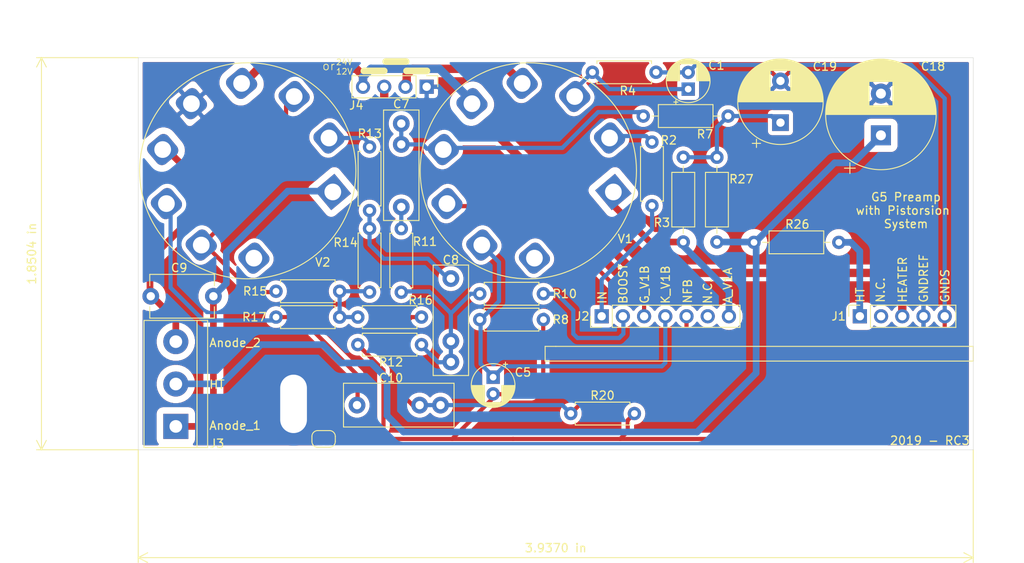
<source format=kicad_pcb>
(kicad_pcb (version 20171130) (host pcbnew "(5.1.2)-1")
  (title_block (title "Preamp G5 with Pistortion System") (date 2019-05-12) (rev RC4) (company http://www.projetg5.com) (comment 2 "Licence under Creative Commons BY-NC-SA 4.0") (comment 3 "with A-wai Amplification and LemonAmps") (comment 4 http://www.projetg5.com))
  (layers (0 F.Cu signal) (31 B.Cu signal) (34 B.Paste user) (35 F.Paste user) (36 B.SilkS user) (37 F.SilkS user) (38 B.Mask user) (39 F.Mask user) (44 Edge.Cuts user))
  (net 0 "")
  (net 1 "Net-(C1-Pad1)")
  (net 2 GNDS)
  (net 3 "Net-(C8-Pad1)")
  (net 4 /HT2)
  (net 5 /A_V1A)
  (net 6 /A+)
  (net 7 /A_V2A)
  (net 8 /A_V2B)
  (net 9 /HEATER2)
  (net 10 /K_V1B)
  (net 11 /IN)
  (net 12 /G_V1B)
  (net 13 GNDREF)
  (net 14 /BOOST)
  (net 15 "Net-(C7-Pad2)")
  (net 16 "Net-(C7-Pad1)")
  (net 17 "Net-(C8-Pad2)")
  (net 18 "Net-(C10-Pad1)")
  (net 19 "Net-(C19-Pad1)")
  (net 20 "Net-(R2-Pad1)")
  (net 21 "Net-(R13-Pad1)")
  (net 22 "Net-(R14-Pad1)")
  (net 23 "Net-(R15-Pad1)")
  (net 24 /HEATER)
  (net 25 /NFB)
  (net 26 /HEATER1)
  (module Connector_PinHeader_2.54mm:PinHeader_1x07_P2.54mm_Vertical (layer F.Cu) (at 85.5 84 90)
    (fp_text reference J2 (at 0 -2.33 180) (layer F.SilkS))
    (fp_text value PCB_TUBE)
    (pad 7 thru_hole oval (at 0 15.24 90) (size 1.7 1.7) (drill 1) (layers *.Cu *.Mask) (net 5 /A_V1A))
    (pad 6 thru_hole oval (at 0 12.7 90) (size 1.7 1.7) (drill 1) (layers *.Cu *.Mask))
    (pad 5 thru_hole oval (at 0 10.16 90) (size 1.7 1.7) (drill 1) (layers *.Cu *.Mask) (net 25 /NFB))
    (pad 4 thru_hole oval (at 0 7.62 90) (size 1.7 1.7) (drill 1) (layers *.Cu *.Mask) (net 10 /K_V1B))
    (pad 3 thru_hole oval (at 0 5.08 90) (size 1.7 1.7) (drill 1) (layers *.Cu *.Mask) (net 12 /G_V1B))
    (pad 2 thru_hole oval (at 0 2.54 90) (size 1.7 1.7) (drill 1) (layers *.Cu *.Mask) (net 14 /BOOST))
    (pad 1 thru_hole rect (at 0 0 90) (size 1.7 1.7) (drill 1) (layers *.Cu *.Mask) (net 11 /IN))
  )
  (module Capacitor_THT:C_Rect_L13.0mm_W5.0mm_P10.00mm_FKS3_FKP3_MKS4 (layer F.Cu) (at 56.2 94.65)
    (fp_text reference C10 (at 4.07 -3.26) (layer F.SilkS))
    (fp_text value 100n)
    (pad 2 thru_hole circle (at 10 0) (size 2 2) (drill 1) (layers *.Cu *.Mask) (net 25 /NFB))
    (pad 1 thru_hole circle (at 0 0) (size 2 2) (drill 1) (layers *.Cu *.Mask) (net 18 "Net-(C10-Pad1)"))
    (pad 2 thru_hole circle (at 7.5 0) (size 2 2) (drill 1) (layers *.Cu *.Mask) (net 25 /NFB))
  )
  (module Capacitor_THT:C_Rect_L13.0mm_W4.0mm_P10.00mm_FKS3_FKP3_MKS4 (layer F.Cu) (at 67.44 79.48 270)
    (fp_text reference C8 (at -2.24 0) (layer F.SilkS))
    (fp_text value 22nF)
    (pad 2 thru_hole circle (at 10 0 270) (size 2 2) (drill 1) (layers *.Cu *.Mask) (net 17 "Net-(C8-Pad2)"))
    (pad 1 thru_hole circle (at 0 0 270) (size 2 2) (drill 1) (layers *.Cu *.Mask) (net 3 "Net-(C8-Pad1)"))
    (pad 2 thru_hole circle (at 7.5 0 270) (size 2 2) (drill 1) (layers *.Cu *.Mask) (net 17 "Net-(C8-Pad2)"))
  )
  (module Capacitor_THT:C_Rect_L13.0mm_W4.0mm_P10.00mm_FKS3_FKP3_MKS4 (layer F.Cu) (at 61.5 70.9 90)
    (fp_text reference C7 (at 12.34 -0.01) (layer F.SilkS))
    (fp_text value 22nF)
    (pad 2 thru_hole circle (at 10 0 90) (size 2 2) (drill 1) (layers *.Cu *.Mask) (net 15 "Net-(C7-Pad2)"))
    (pad 1 thru_hole circle (at 0 0 90) (size 2 2) (drill 1) (layers *.Cu *.Mask) (net 16 "Net-(C7-Pad1)"))
    (pad 2 thru_hole circle (at 7.5 0 90) (size 2 2) (drill 1) (layers *.Cu *.Mask) (net 15 "Net-(C7-Pad2)"))
  )
  (module Resistor_THT:R_Axial_DIN0207_L6.3mm_D2.5mm_P7.62mm_Horizontal (layer F.Cu) (at 81.8 95.66)
    (fp_text reference R20 (at 3.8 -2.16) (layer F.SilkS))
    (fp_text value 10k)
    (pad 2 thru_hole oval (at 7.62 0) (size 1.6 1.6) (drill 0.8) (layers *.Cu *.Mask) (net 2 GNDS))
    (pad 1 thru_hole circle (at 0 0) (size 1.6 1.6) (drill 0.8) (layers *.Cu *.Mask) (net 25 /NFB))
  )
  (module Connector_PinHeader_2.54mm:PinHeader_1x04_P2.54mm_Vertical (layer F.Cu) (at 64.54 56.49 270)
    (fp_text reference J4 (at 2.23 8.43 180) (layer F.SilkS))
    (fp_text value Conn_02x02_Odd_Even)
    (pad 4 thru_hole oval (at 0 7.62 270) (size 1.7 1.7) (drill 1) (layers *.Cu *.Mask) (net 9 /HEATER2))
    (pad 3 thru_hole oval (at 0 5.08 270) (size 1.7 1.7) (drill 1) (layers *.Cu *.Mask) (net 24 /HEATER))
    (pad 2 thru_hole oval (at 0 2.54 270) (size 1.7 1.7) (drill 1) (layers *.Cu *.Mask) (net 26 /HEATER1))
    (pad 1 thru_hole rect (at 0 0 270) (size 1.7 1.7) (drill 1) (layers *.Cu *.Mask) (net 13 GNDREF))
  )
  (module Resistor_THT:R_Axial_DIN0207_L6.3mm_D2.5mm_P10.16mm_Horizontal (layer F.Cu) (at 99.3 75.1 90)
    (fp_text reference R27 (at 7.54 2.93 180) (layer F.SilkS))
    (fp_text value 1k)
    (pad 2 thru_hole oval (at 10.16 0 90) (size 1.6 1.6) (drill 0.8) (layers *.Cu *.Mask) (net 19 "Net-(C19-Pad1)"))
    (pad 1 thru_hole circle (at 0 0 90) (size 1.6 1.6) (drill 0.8) (layers *.Cu *.Mask) (net 6 /A+))
  )
  (module Resistor_THT:R_Axial_DIN0207_L6.3mm_D2.5mm_P10.16mm_Horizontal (layer F.Cu) (at 113.9 75.14 180)
    (fp_text reference R26 (at 4.97 2.16) (layer F.SilkS))
    (fp_text value 1k)
    (pad 2 thru_hole oval (at 10.16 0 180) (size 1.6 1.6) (drill 0.8) (layers *.Cu *.Mask) (net 6 /A+))
    (pad 1 thru_hole circle (at 0 0 180) (size 1.6 1.6) (drill 0.8) (layers *.Cu *.Mask) (net 4 /HT2))
  )
  (module Resistor_THT:R_Axial_DIN0207_L6.3mm_D2.5mm_P10.16mm_Horizontal (layer F.Cu) (at 100.64 60 180)
    (fp_text reference R7 (at 2.77 -2.18) (layer F.SilkS))
    (fp_text value 100k)
    (pad 2 thru_hole oval (at 10.16 0 180) (size 1.6 1.6) (drill 0.8) (layers *.Cu *.Mask) (net 15 "Net-(C7-Pad2)"))
    (pad 1 thru_hole circle (at 0 0 180) (size 1.6 1.6) (drill 0.8) (layers *.Cu *.Mask) (net 19 "Net-(C19-Pad1)"))
  )
  (module Resistor_THT:R_Axial_DIN0207_L6.3mm_D2.5mm_P10.16mm_Horizontal (layer F.Cu) (at 95.27 64.94 270)
    (fp_text reference R3 (at 7.84 2.56 180) (layer F.SilkS))
    (fp_text value 120k)
    (pad 2 thru_hole oval (at 10.16 0 270) (size 1.6 1.6) (drill 0.8) (layers *.Cu *.Mask) (net 5 /A_V1A))
    (pad 1 thru_hole circle (at 0 0 270) (size 1.6 1.6) (drill 0.8) (layers *.Cu *.Mask) (net 19 "Net-(C19-Pad1)"))
  )
  (module MountingHole:MountingHole_3.2mm_M3 (layer F.Cu) (at 46.75 105.76)
    (fp_text reference H1 hide)
    (fp_text value MountingHole_Pad)
    (pad 1 thru_hole oval (at 1.85 -11.26) (size 6.4 10) (drill oval 3.2 7) (layers *.Cu *.Mask) (net 13 GNDREF))
  )
  (module Capacitor_THT:CP_Radial_D5.0mm_P2.00mm (layer F.Cu) (at 72.5 91.3 270)
    (fp_text reference C5 (at -0.58 -3.57 180) (layer F.SilkS))
    (fp_text value 1µF/50v)
    (pad 2 thru_hole circle (at 2 0 270) (size 1.6 1.6) (drill 0.8) (layers *.Cu *.Mask) (net 2 GNDS))
    (pad 1 thru_hole rect (at 0 0 270) (size 1.6 1.6) (drill 0.8) (layers *.Cu *.Mask) (net 10 /K_V1B))
  )
  (module Capacitor_THT:CP_Radial_D5.0mm_P2.00mm (layer F.Cu) (at 95.86 56.77 90)
    (fp_text reference C1 (at 2.84 3.38 180) (layer F.SilkS))
    (fp_text value 22µF/25v)
    (pad 2 thru_hole circle (at 2 0 90) (size 1.6 1.6) (drill 0.8) (layers *.Cu *.Mask) (net 2 GNDS))
    (pad 1 thru_hole rect (at 0 0 90) (size 1.6 1.6) (drill 0.8) (layers *.Cu *.Mask) (net 1 "Net-(C1-Pad1)"))
  )
  (module Connector_PinSocket_2.54mm:PinSocket_1x05_P2.54mm_Vertical (layer F.Cu) (at 116.42 84 90)
    (fp_text reference J1 (at 0 -2.54 180) (layer F.SilkS))
    (fp_text value PSU_TUBE)
    (pad 5 thru_hole oval (at 0 10.16 90) (size 1.7 1.7) (drill 1) (layers *.Cu *.Mask) (net 2 GNDS))
    (pad 4 thru_hole oval (at 0 7.62 90) (size 1.7 1.7) (drill 1) (layers *.Cu *.Mask) (net 13 GNDREF))
    (pad 3 thru_hole oval (at 0 5.08 90) (size 1.7 1.7) (drill 1) (layers *.Cu *.Mask) (net 24 /HEATER))
    (pad 2 thru_hole oval (at 0 2.54 90) (size 1.7 1.7) (drill 1) (layers *.Cu *.Mask))
    (pad 1 thru_hole rect (at 0 0 90) (size 1.7 1.7) (drill 1) (layers *.Cu *.Mask) (net 4 /HT2))
  )
  (module Resistor_THT:R_Axial_DIN0207_L6.3mm_D2.5mm_P7.62mm_Horizontal (layer F.Cu) (at 63.92 87.4 180)
    (fp_text reference R12 (at 3.65 -2.1 180) (layer F.SilkS))
    (fp_text value 470k)
    (pad 2 thru_hole oval (at 7.62 0 180) (size 1.6 1.6) (drill 0.8) (layers *.Cu *.Mask) (net 2 GNDS))
    (pad 1 thru_hole circle (at 0 0 180) (size 1.6 1.6) (drill 0.8) (layers *.Cu *.Mask) (net 17 "Net-(C8-Pad2)"))
  )
  (module Resistor_THT:R_Axial_DIN0207_L6.3mm_D2.5mm_P7.62mm_Horizontal (layer F.Cu) (at 61.5 73.5 270)
    (fp_text reference R11 (at 1.55 -2.83) (layer F.SilkS))
    (fp_text value 470k)
    (pad 2 thru_hole oval (at 7.62 0 270) (size 1.6 1.6) (drill 0.8) (layers *.Cu *.Mask) (net 17 "Net-(C8-Pad2)"))
    (pad 1 thru_hole circle (at 0 0 270) (size 1.6 1.6) (drill 0.8) (layers *.Cu *.Mask) (net 16 "Net-(C7-Pad1)"))
  )
  (module Resistor_THT:R_Axial_DIN0207_L6.3mm_D2.5mm_P7.62mm_Horizontal (layer F.Cu) (at 70.9 81.3)
    (fp_text reference R10 (at 10.176191 0.01) (layer F.SilkS))
    (fp_text value 100k)
    (pad 2 thru_hole oval (at 7.62 0) (size 1.6 1.6) (drill 0.8) (layers *.Cu *.Mask) (net 14 /BOOST))
    (pad 1 thru_hole circle (at 0 0) (size 1.6 1.6) (drill 0.8) (layers *.Cu *.Mask) (net 17 "Net-(C8-Pad2)"))
  )
  (module Capacitor_THT:CP_Radial_D13.0mm_P5.00mm (layer F.Cu) (at 118.94 62.31 90)
    (fp_text reference C18 (at 8.27 6.24 -180) (layer F.SilkS))
    (fp_text value 22µF/400v)
    (pad 1 thru_hole rect (at 0 0 90) (size 2.4 2.4) (drill 1.2) (layers *.Cu *.Mask) (net 6 /A+))
    (pad 2 thru_hole circle (at 5 0 90) (size 2.4 2.4) (drill 1.2) (layers *.Cu *.Mask) (net 13 GNDREF))
  )
  (module ProjectLib:Valve_Noval-B9A_Belton-VT9-PT_Socket (layer F.Cu) (at 86.9 69.1 220)
    (fp_text reference V1 (at 2.517023 -5.224356) (layer F.SilkS))
    (fp_text value ECC83)
    (pad 9 thru_hole roundrect (at 12.34 0 220) (size 3.1 3.1) (drill 2) (layers *.Cu *.Mask))
    (pad 8 thru_hole roundrect (at 16.16 5.25 220) (size 3.1 3.1) (drill 2) (layers *.Cu *.Mask) (net 10 /K_V1B))
    (pad 7 thru_hole roundrect (at 16.16 11.74 220) (size 3.1 3.1) (drill 2) (layers *.Cu *.Mask) (net 12 /G_V1B))
    (pad 6 thru_hole roundrect (at 12.34 16.99 220) (size 3.1 3.1) (drill 2) (layers *.Cu *.Mask) (net 15 "Net-(C7-Pad2)"))
    (pad 5 thru_hole roundrect (at 6.17 18.99 220) (size 3.1 3.1) (drill 2) (layers *.Cu *.Mask) (net 9 /HEATER2))
    (pad 4 thru_hole roundrect (at 0 16.99 220) (size 3.1 3.1) (drill 2) (layers *.Cu *.Mask) (net 26 /HEATER1))
    (pad 3 thru_hole roundrect (at -3.81 11.74 220) (size 3.1 3.1) (drill 2) (layers *.Cu *.Mask) (net 1 "Net-(C1-Pad1)"))
    (pad 2 thru_hole roundrect (at -3.81 5.25 220) (size 3.1 3.1) (drill 2) (layers *.Cu *.Mask) (net 20 "Net-(R2-Pad1)"))
    (pad 1 thru_hole rect (at 0 0 220) (size 3.1 3.1) (drill 2) (layers *.Cu *.Mask) (net 5 /A_V1A))
  )
  (module ProjectLib:Valve_Noval-B9A_Belton-VT9-PT_Socket (layer F.Cu) (at 53.3 69.1 220)
    (fp_text reference V2 (at 6.337953 -5.68641) (layer F.SilkS))
    (fp_text value ECC83)
    (pad 9 thru_hole roundrect (at 12.34 0 220) (size 3.1 3.1) (drill 2) (layers *.Cu *.Mask))
    (pad 8 thru_hole roundrect (at 16.16 5.25 220) (size 3.1 3.1) (drill 2) (layers *.Cu *.Mask) (net 23 "Net-(R15-Pad1)"))
    (pad 7 thru_hole roundrect (at 16.16 11.74 220) (size 3.1 3.1) (drill 2) (layers *.Cu *.Mask) (net 18 "Net-(C10-Pad1)"))
    (pad 6 thru_hole roundrect (at 12.34 16.99 220) (size 3.1 3.1) (drill 2) (layers *.Cu *.Mask) (net 7 /A_V2A))
    (pad 5 thru_hole roundrect (at 6.17 18.99 220) (size 3.1 3.1) (drill 2) (layers *.Cu *.Mask) (net 13 GNDREF))
    (pad 4 thru_hole roundrect (at 0 16.99 220) (size 3.1 3.1) (drill 2) (layers *.Cu *.Mask) (net 9 /HEATER2))
    (pad 3 thru_hole roundrect (at -3.81 11.74 220) (size 3.1 3.1) (drill 2) (layers *.Cu *.Mask) (net 23 "Net-(R15-Pad1)"))
    (pad 2 thru_hole roundrect (at -3.81 5.25 220) (size 3.1 3.1) (drill 2) (layers *.Cu *.Mask) (net 21 "Net-(R13-Pad1)"))
    (pad 1 thru_hole rect (at 0 0 220) (size 3.1 3.1) (drill 2) (layers *.Cu *.Mask) (net 8 /A_V2B))
  )
  (module Jumper:SolderJumper-2_P1.3mm_Bridged_RoundedPad1.0x1.5mm (layer F.Cu) (at 52.2 98.7)
    (fp_text reference JP1 hide)
    (fp_text value Jumper)
    (fp_poly (pts (xy 0.25 -0.3) (xy -0.25 -0.3) (xy -0.25 0.3) (xy 0.25 0.3)) (layer F.Cu) (width 0))
    (pad 1 smd custom (at -0.65 0) (size 1 0.5) (layers F.Cu F.Mask) (net 13 GNDREF) (options (clearance outline) (anchor rect)) (primitives (gr_circle (center 0 0.25) (end 0.5 0.25) (width 0)) (gr_circle (center 0 -0.25) (end 0.5 -0.25) (width 0)) (gr_poly (pts (xy 0 -0.75) (xy 0.5 -0.75) (xy 0.5 0.75) (xy 0 0.75)) (width 0))))
    (pad 2 smd custom (at 0.65 0) (size 1 0.5) (layers F.Cu F.Mask) (net 2 GNDS) (options (clearance outline) (anchor rect)) (primitives (gr_circle (center 0 0.25) (end 0.5 0.25) (width 0)) (gr_circle (center 0 -0.25) (end 0.5 -0.25) (width 0)) (gr_poly (pts (xy 0 -0.75) (xy -0.5 -0.75) (xy -0.5 0.75) (xy 0 0.75)) (width 0))))
  )
  (module Capacitor_THT:CP_Radial_D10.0mm_P5.00mm (layer F.Cu) (at 106.91 60.79 90)
    (fp_text reference C19 (at 6.73 5.32) (layer F.SilkS))
    (fp_text value 10µF/400v)
    (pad 1 thru_hole rect (at 0 0 90) (size 2 2) (drill 1) (layers *.Cu *.Mask) (net 19 "Net-(C19-Pad1)"))
    (pad 2 thru_hole circle (at 5 0 90) (size 2 2) (drill 1) (layers *.Cu *.Mask) (net 13 GNDREF))
  )
  (module Capacitor_THT:C_Disc_D7.5mm_W5.0mm_P7.50mm (layer F.Cu) (at 31.5 81.6)
    (fp_text reference C9 (at 3.4 -3.4) (layer F.SilkS))
    (fp_text value 100pF)
    (pad 1 thru_hole circle (at 0 0) (size 2 2) (drill 1) (layers *.Cu *.Mask) (net 7 /A_V2A))
    (pad 2 thru_hole circle (at 7.5 0) (size 2 2) (drill 1) (layers *.Cu *.Mask) (net 8 /A_V2B))
  )
  (module Resistor_THT:R_Axial_DIN0207_L6.3mm_D2.5mm_P7.62mm_Horizontal (layer F.Cu) (at 91.52 63.12 270)
    (fp_text reference R2 (at -0.22 -2.01) (layer F.SilkS))
    (fp_text value 33k)
    (pad 1 thru_hole circle (at 0 0 270) (size 1.6 1.6) (drill 0.8) (layers *.Cu *.Mask) (net 20 "Net-(R2-Pad1)"))
    (pad 2 thru_hole oval (at 7.62 0 270) (size 1.6 1.6) (drill 0.8) (layers *.Cu *.Mask) (net 11 /IN))
  )
  (module Resistor_THT:R_Axial_DIN0207_L6.3mm_D2.5mm_P7.62mm_Horizontal (layer F.Cu) (at 84.39 54.75)
    (fp_text reference R4 (at 4.23 2.22) (layer F.SilkS))
    (fp_text value 1.8k)
    (pad 2 thru_hole oval (at 7.62 0) (size 1.6 1.6) (drill 0.8) (layers *.Cu *.Mask) (net 2 GNDS))
    (pad 1 thru_hole circle (at 0 0) (size 1.6 1.6) (drill 0.8) (layers *.Cu *.Mask) (net 1 "Net-(C1-Pad1)"))
  )
  (module Resistor_THT:R_Axial_DIN0207_L6.3mm_D2.5mm_P7.62mm_Horizontal (layer F.Cu) (at 70.9 84.4)
    (fp_text reference R8 (at 9.7 0) (layer F.SilkS))
    (fp_text value 1.8k)
    (pad 2 thru_hole oval (at 7.62 0) (size 1.6 1.6) (drill 0.8) (layers *.Cu *.Mask) (net 2 GNDS))
    (pad 1 thru_hole circle (at 0 0) (size 1.6 1.6) (drill 0.8) (layers *.Cu *.Mask) (net 10 /K_V1B))
  )
  (module Resistor_THT:R_Axial_DIN0207_L6.3mm_D2.5mm_P7.62mm_Horizontal (layer F.Cu) (at 57.7 63.7 270)
    (fp_text reference R13 (at -1.59 -0.03) (layer F.SilkS))
    (fp_text value 10k)
    (pad 2 thru_hole oval (at 7.62 0 270) (size 1.6 1.6) (drill 0.8) (layers *.Cu *.Mask) (net 3 "Net-(C8-Pad1)"))
    (pad 1 thru_hole circle (at 0 0 270) (size 1.6 1.6) (drill 0.8) (layers *.Cu *.Mask) (net 21 "Net-(R13-Pad1)"))
  )
  (module Resistor_THT:R_Axial_DIN0207_L6.3mm_D2.5mm_P7.62mm_Horizontal (layer F.Cu) (at 57.7 81.1 90)
    (fp_text reference R14 (at 5.93 -2.87 180) (layer F.SilkS))
    (fp_text value 1M)
    (pad 1 thru_hole circle (at 0 0 90) (size 1.6 1.6) (drill 0.8) (layers *.Cu *.Mask) (net 22 "Net-(R14-Pad1)"))
    (pad 2 thru_hole oval (at 7.62 0 90) (size 1.6 1.6) (drill 0.8) (layers *.Cu *.Mask) (net 3 "Net-(C8-Pad1)"))
  )
  (module Resistor_THT:R_Axial_DIN0207_L6.3mm_D2.5mm_P7.62mm_Horizontal (layer F.Cu) (at 46.5 81)
    (fp_text reference R15 (at -2.5 0) (layer F.SilkS))
    (fp_text value 1k)
    (pad 2 thru_hole oval (at 7.62 0) (size 1.6 1.6) (drill 0.8) (layers *.Cu *.Mask) (net 22 "Net-(R14-Pad1)"))
    (pad 1 thru_hole circle (at 0 0) (size 1.6 1.6) (drill 0.8) (layers *.Cu *.Mask) (net 23 "Net-(R15-Pad1)"))
  )
  (module Resistor_THT:R_Axial_DIN0207_L6.3mm_D2.5mm_P7.62mm_Horizontal (layer F.Cu) (at 56.3 84.1)
    (fp_text reference R16 (at 7.51 -2.02) (layer F.SilkS))
    (fp_text value 47k)
    (pad 1 thru_hole circle (at 0 0) (size 1.6 1.6) (drill 0.8) (layers *.Cu *.Mask) (net 22 "Net-(R14-Pad1)"))
    (pad 2 thru_hole oval (at 7.62 0) (size 1.6 1.6) (drill 0.8) (layers *.Cu *.Mask) (net 25 /NFB))
  )
  (module Resistor_THT:R_Axial_DIN0207_L6.3mm_D2.5mm_P7.62mm_Horizontal (layer F.Cu) (at 46.5 84.1)
    (fp_text reference R17 (at -2.6 0) (layer F.SilkS))
    (fp_text value 1M)
    (pad 2 thru_hole oval (at 7.62 0) (size 1.6 1.6) (drill 0.8) (layers *.Cu *.Mask) (net 22 "Net-(R14-Pad1)"))
    (pad 1 thru_hole circle (at 0 0) (size 1.6 1.6) (drill 0.8) (layers *.Cu *.Mask) (net 18 "Net-(C10-Pad1)"))
  )
  (module TerminalBlock:TerminalBlock_bornier-3_P5.08mm (layer F.Cu) (at 34.5 97.2 90)
    (fp_text reference J3 (at -2.06 4.93 180) (layer F.SilkS))
    (fp_text value OT)
    (pad 1 thru_hole rect (at 0 0 90) (size 3 3) (drill 1.52) (layers *.Cu *.Mask) (net 8 /A_V2B))
    (pad 2 thru_hole circle (at 5.08 0 90) (size 3 3) (drill 1.52) (layers *.Cu *.Mask) (net 6 /A+))
    (pad 3 thru_hole circle (at 10.16 0 90) (size 3 3) (drill 1.52) (layers *.Cu *.Mask) (net 7 /A_V2A))
  )
  (gr_text or (at 52.8 54) (layer F.SilkS) (effects (font (size 1 1) (thickness 0.1))))
  (gr_text NFB (at 95.8 81 90) (layer F.SilkS) (effects (font (size 1 1))))
  (gr_text "24V\n12V" (at 54.67 54.1) (layer F.SilkS) (effects (font (size 0.7 0.7) (thickness 0.1))))
  (gr_line (start 59.64 53.47) (end 62.08 53.47) (layer F.SilkS) (width 0.8))
  (gr_line (start 62.13 54.59) (end 64.57 54.59) (layer F.SilkS) (width 0.8))
  (gr_line (start 57.02 54.59) (end 59.46 54.59) (layer F.SilkS) (width 0.8))
  (gr_text A_V1A (at 100.6 80.3 90) (layer F.SilkS) (effects (font (size 1 1))))
  (gr_text N.C. (at 98.2 81.002857 90) (layer F.SilkS) (effects (font (size 1 1))))
  (gr_text K_V1B (at 93.15 80.217143 90) (layer F.SilkS) (effects (font (size 1 1))))
  (gr_text G_V1B (at 90.64 80.2 90) (layer F.SilkS) (effects (font (size 1 1))))
  (gr_text BOOST (at 88.07 80.098095 90) (layer F.SilkS) (effects (font (size 1 1))))
  (gr_text IN (at 85.57 81.740952 90) (layer F.SilkS) (effects (font (size 1 1))))
  (gr_text Anode_1 (at 41.596666 97.1) (layer F.SilkS) (effects (font (size 1 1))))
  (gr_text Anode_2 (at 41.596666 87.18) (layer F.SilkS) (effects (font (size 1 1))))
  (gr_text HT (at 39.43 92.18) (layer F.SilkS) (effects (font (size 1 1))))
  (gr_text HT (at 116.46 81.45 90) (layer F.SilkS) (effects (font (size 1 1))))
  (gr_text N.C. (at 118.9 80.854762 90) (layer F.SilkS) (effects (font (size 1 1))))
  (gr_text HEATER (at 121.54 79.616667 90) (layer F.SilkS) (effects (font (size 1 1))))
  (gr_text GNDREF (at 124.06 79.45 90) (layer F.SilkS) (effects (font (size 1 1))))
  (gr_text GNDS (at 126.62 80.354762 90) (layer F.SilkS) (effects (font (size 1 1))))
  (gr_text "2019 - RC3" (at 124.8 98.9) (layer F.SilkS) (effects (font (size 1 1))))
  (gr_text "G5 Preamp\nwith Pistorsion \nSystem" (at 121.94 71.32) (layer F.SilkS) (effects (font (size 1 1))))
  (dimension 100 (width 0.12) (layer F.SilkS) (gr_text "100,000 mm" (at 80 114.2) (layer F.SilkS) (effects (font (size 1 1) (thickness 0.15)))) (feature1 (pts (xy 130 100) (xy 130 113.516421))) (feature2 (pts (xy 30 100) (xy 30 113.516421))) (crossbar (pts (xy 30 112.93) (xy 130 112.93))) (arrow1a (pts (xy 130 112.93) (xy 128.873496 113.516421))) (arrow1b (pts (xy 130 112.93) (xy 128.873496 112.343579))) (arrow2a (pts (xy 30 112.93) (xy 31.126504 113.516421))) (arrow2b (pts (xy 30 112.93) (xy 31.126504 112.343579))))
  (dimension 47 (width 0.12) (layer F.SilkS) (gr_text "47,000 mm" (at 17.14 76.5 270) (layer F.SilkS) (effects (font (size 1 1) (thickness 0.15)))) (feature1 (pts (xy 30 100) (xy 17.823579 100))) (feature2 (pts (xy 30 53) (xy 17.823579 53))) (crossbar (pts (xy 18.41 53) (xy 18.41 100))) (arrow1a (pts (xy 18.41 100) (xy 17.823579 98.873496))) (arrow1b (pts (xy 18.41 100) (xy 18.996421 98.873496))) (arrow2a (pts (xy 18.41 53) (xy 17.823579 54.126504))) (arrow2b (pts (xy 18.41 53) (xy 18.996421 54.126504))))
  (gr_line (start 80.01 87.61) (end 78.73 87.61) (layer F.SilkS) (width 0.12))
  (gr_line (start 130 87.61) (end 130 89.36) (layer F.SilkS) (width 0.12))
  (gr_line (start 80 87.61) (end 129.99 87.61) (layer F.SilkS) (width 0.12))
  (gr_line (start 78.73 87.61) (end 78.73 89.37) (layer F.SilkS) (width 0.12))
  (gr_line (start 129.99 89.37) (end 78.74 89.37) (layer F.SilkS) (width 0.12))
  (gr_line (start 30 100) (end 30 53) (layer Edge.Cuts) (width 0.05))
  (gr_line (start 130 100) (end 30 100) (layer Edge.Cuts) (width 0.05))
  (gr_line (start 130 53) (end 130 100) (layer Edge.Cuts) (width 0.05))
  (gr_line (start 30 53) (end 130 53) (layer Edge.Cuts) (width 0.05))
  (segment (start 82.272303 57.827697) (end 82.272303 57.457617) (width 0.5) (layer B.Cu) (net 1))
  (segment (start 82.272303 56.867697) (end 84.39 54.75) (width 0.5) (layer B.Cu) (net 1))
  (segment (start 82.272303 57.657617) (end 82.272303 56.867697) (width 0.5) (layer B.Cu) (net 1))
  (segment (start 86.41 56.77) (end 95.86 56.77) (width 0.5) (layer B.Cu) (net 1))
  (segment (start 84.39 54.75) (end 86.41 56.77) (width 0.5) (layer B.Cu) (net 1))
  (segment (start 78.6 83.8) (end 78.6 84) (width 0.5) (layer B.Cu) (net 2))
  (segment (start 74.894543 98.705457) (end 67.594543 98.705457) (width 0.5) (layer F.Cu) (net 2))
  (segment (start 126.58 84) (end 126.58 91.32) (width 0.5) (layer F.Cu) (net 2))
  (segment (start 126.58 91.32) (end 119.194543 98.705457) (width 0.5) (layer F.Cu) (net 2))
  (segment (start 72.48 93.82) (end 67.594543 98.705457) (width 0.5) (layer F.Cu) (net 2))
  (segment (start 72.48 93.37) (end 72.48 93.82) (width 0.5) (layer F.Cu) (net 2))
  (segment (start 72.51 93.34) (end 72.48 93.37) (width 0.5) (layer F.Cu) (net 2))
  (segment (start 77.06 93.34) (end 72.51 93.34) (width 0.5) (layer F.Cu) (net 2))
  (segment (start 78.5 84.4) (end 78.5 91.9) (width 0.5) (layer F.Cu) (net 2))
  (segment (start 78.5 91.9) (end 77.06 93.34) (width 0.5) (layer F.Cu) (net 2))
  (segment (start 92.03 54.77) (end 92.01 54.75) (width 0.5) (layer B.Cu) (net 2))
  (segment (start 95.86 54.77) (end 92.03 54.77) (width 0.5) (layer B.Cu) (net 2))
  (segment (start 126.58 57.89) (end 126.58 84) (width 0.5) (layer B.Cu) (net 2))
  (segment (start 122.56 53.87) (end 126.58 57.89) (width 0.5) (layer B.Cu) (net 2))
  (segment (start 95.86 54.77) (end 96.76 53.87) (width 0.5) (layer B.Cu) (net 2))
  (segment (start 96.76 53.87) (end 122.56 53.87) (width 0.5) (layer B.Cu) (net 2))
  (segment (start 88.620001 97.800913) (end 87.715457 98.705457) (width 0.5) (layer F.Cu) (net 2))
  (segment (start 88.620001 96.459999) (end 88.620001 97.800913) (width 0.5) (layer F.Cu) (net 2))
  (segment (start 119.194543 98.705457) (end 87.715457 98.705457) (width 0.5) (layer F.Cu) (net 2))
  (segment (start 89.42 95.66) (end 88.620001 96.459999) (width 0.5) (layer F.Cu) (net 2))
  (segment (start 87.715457 98.705457) (end 74.894543 98.705457) (width 0.5) (layer F.Cu) (net 2))
  (segment (start 52.8 98.7) (end 57.4 98.7) (width 0.5) (layer F.Cu) (net 2))
  (segment (start 59.37 97.29) (end 57.96 98.7) (width 0.5) (layer F.Cu) (net 2))
  (segment (start 57.96 98.7) (end 57.4 98.7) (width 0.5) (layer F.Cu) (net 2))
  (segment (start 56.3 87.4) (end 59.37 90.47) (width 0.5) (layer F.Cu) (net 2))
  (segment (start 59.37 90.47) (end 59.37 97.29) (width 0.5) (layer F.Cu) (net 2))
  (segment (start 57.405457 98.705457) (end 67.594543 98.705457) (width 0.5) (layer F.Cu) (net 2))
  (segment (start 57.4 98.7) (end 57.405457 98.705457) (width 0.5) (layer F.Cu) (net 2))
  (segment (start 64.7 77.1) (end 67.4 79.8) (width 0.5) (layer B.Cu) (net 3))
  (segment (start 59.4 77.1) (end 64.7 77.1) (width 0.5) (layer B.Cu) (net 3))
  (segment (start 57.7 71.4) (end 57.7 75.4) (width 0.5) (layer B.Cu) (net 3))
  (segment (start 57.7 75.4) (end 59.4 77.1) (width 0.5) (layer B.Cu) (net 3))
  (segment (start 115.35 75.14) (end 113.9 75.14) (width 0.8) (layer B.Cu) (net 4))
  (segment (start 116.41 76.2) (end 115.35 75.14) (width 0.8) (layer B.Cu) (net 4))
  (segment (start 116.41 83.94) (end 116.41 76.2) (width 0.8) (layer B.Cu) (net 4))
  (segment (start 116.42 84) (end 116.42 83.95) (width 0.8) (layer B.Cu) (net 4))
  (segment (start 116.42 83.95) (end 116.41 83.94) (width 0.8) (layer B.Cu) (net 4))
  (segment (start 91.3 75.1) (end 95.27 75.1) (width 0.8) (layer F.Cu) (net 5))
  (segment (start 86.9 68.9) (end 86.9 70.7) (width 0.8) (layer F.Cu) (net 5))
  (segment (start 86.9 70.7) (end 91.3 75.1) (width 0.8) (layer F.Cu) (net 5))
  (segment (start 95.27 75.57) (end 95.27 75.1) (width 0.8) (layer B.Cu) (net 5))
  (segment (start 100.74 84) (end 100.74 81.04) (width 0.8) (layer B.Cu) (net 5))
  (segment (start 100.74 81.04) (end 95.27 75.57) (width 0.8) (layer B.Cu) (net 5))
  (segment (start 103.7 75.1) (end 103.74 75.14) (width 0.8) (layer B.Cu) (net 6))
  (segment (start 99.3 75.1) (end 103.7 75.1) (width 0.8) (layer B.Cu) (net 6))
  (segment (start 115.64 65.61) (end 118.94 62.31) (width 0.8) (layer B.Cu) (net 6))
  (segment (start 113.39 65.61) (end 115.64 65.61) (width 0.8) (layer B.Cu) (net 6))
  (segment (start 103.74 75.14) (end 103.86 75.14) (width 0.8) (layer B.Cu) (net 6))
  (segment (start 103.86 75.14) (end 113.39 65.61) (width 0.8) (layer B.Cu) (net 6))
  (segment (start 104 90.8) (end 104 75.4) (width 0.8) (layer B.Cu) (net 6))
  (segment (start 40 92.1) (end 44.7 87.4) (width 0.8) (layer B.Cu) (net 6))
  (segment (start 104 75.4) (end 103.74 75.14) (width 0.8) (layer B.Cu) (net 6))
  (segment (start 61.77 97.87) (end 96.93 97.87) (width 0.8) (layer B.Cu) (net 6))
  (segment (start 34.5 92.12) (end 34.52 92.1) (width 0.8) (layer B.Cu) (net 6))
  (segment (start 59.8 91.5) (end 59.8 95.9) (width 0.8) (layer B.Cu) (net 6))
  (segment (start 44.7 87.4) (end 52.1 87.4) (width 0.8) (layer B.Cu) (net 6))
  (segment (start 34.52 92.1) (end 40 92.1) (width 0.8) (layer B.Cu) (net 6))
  (segment (start 54.3 89.6) (end 57.9 89.6) (width 0.8) (layer B.Cu) (net 6))
  (segment (start 52.1 87.4) (end 54.3 89.6) (width 0.8) (layer B.Cu) (net 6))
  (segment (start 57.9 89.6) (end 59.8 91.5) (width 0.8) (layer B.Cu) (net 6))
  (segment (start 59.8 95.9) (end 61.77 97.87) (width 0.8) (layer B.Cu) (net 6))
  (segment (start 96.93 97.87) (end 104 90.8) (width 0.8) (layer B.Cu) (net 6))
  (segment (start 34.5 84.44998) (end 34.5 86.9) (width 0.8) (layer F.Cu) (net 7))
  (segment (start 31.65002 81.6) (end 34.5 84.44998) (width 0.8) (layer F.Cu) (net 7))
  (segment (start 37.8 68.390854) (end 37.8 70.8) (width 0.8) (layer F.Cu) (net 7))
  (segment (start 33.42605 64.016904) (end 37.8 68.390854) (width 0.8) (layer F.Cu) (net 7))
  (segment (start 37.8 70.8) (end 31.406979 77.193021) (width 0.8) (layer F.Cu) (net 7))
  (segment (start 31.406979 77.193021) (end 31.406979 81.406979) (width 0.8) (layer F.Cu) (net 7))
  (segment (start 31.406979 81.406979) (end 31.6 81.6) (width 0.8) (layer F.Cu) (net 7))
  (segment (start 31.6 81.6) (end 31.65002 81.6) (width 0.8) (layer F.Cu) (net 7))
  (segment (start 37 97.2) (end 34.5 97.2) (width 0.8) (layer F.Cu) (net 8))
  (segment (start 39 95.2) (end 37 97.2) (width 0.8) (layer F.Cu) (net 8))
  (segment (start 53.4 69) (end 47.902725 69) (width 0.8) (layer B.Cu) (net 8))
  (segment (start 53.5 69.1) (end 53.4 69) (width 0.8) (layer F.Cu) (net 8))
  (segment (start 47.902725 69) (end 40.55 76.352725) (width 0.8) (layer B.Cu) (net 8))
  (segment (start 39 81.6) (end 39 95.2) (width 0.8) (layer F.Cu) (net 8))
  (segment (start 40.55 76.352725) (end 40.55 80.05) (width 0.8) (layer B.Cu) (net 8))
  (segment (start 40.55 80.05) (end 39 81.6) (width 0.8) (layer B.Cu) (net 8))
  (segment (start 69.966969 58.333031) (end 69.573938 57.94) (width 1) (layer F.Cu) (net 9))
  (segment (start 69.966969 58.318816) (end 69.966969 58.333031) (width 1) (layer F.Cu) (net 9))
  (segment (start 44.37499 54.32501) (end 42.6 56.1) (width 1) (layer F.Cu) (net 9))
  (segment (start 56.08501 54.32501) (end 44.37499 54.32501) (width 1) (layer F.Cu) (net 9))
  (segment (start 56.92 56.49) (end 56.92 55.16) (width 1) (layer F.Cu) (net 9))
  (segment (start 56.92 55.16) (end 56.08501 54.32501) (width 1) (layer F.Cu) (net 9))
  (segment (start 56.92 55.287919) (end 56.92 56.49) (width 1) (layer B.Cu) (net 9))
  (segment (start 69.378153 57.93) (end 69.378153 57.648153) (width 1) (layer B.Cu) (net 9))
  (segment (start 69.966969 58.518816) (end 69.378153 57.93) (width 1) (layer B.Cu) (net 9))
  (segment (start 57.86792 54.339999) (end 56.92 55.287919) (width 1) (layer B.Cu) (net 9))
  (segment (start 69.378153 57.648153) (end 66.069999 54.339999) (width 1) (layer B.Cu) (net 9))
  (segment (start 66.069999 54.339999) (end 57.86792 54.339999) (width 1) (layer B.Cu) (net 9))
  (segment (start 93.12 89.58) (end 93.12 84) (width 0.5) (layer B.Cu) (net 10))
  (segment (start 92.7 90) (end 93.12 89.58) (width 0.5) (layer B.Cu) (net 10))
  (segment (start 73.8 90) (end 92.7 90) (width 0.5) (layer B.Cu) (net 10))
  (segment (start 72.6 91.2) (end 73.8 90) (width 0.5) (layer B.Cu) (net 10))
  (segment (start 73.2 77.519627) (end 73.2 82.2) (width 0.5) (layer B.Cu) (net 10))
  (segment (start 73.2 82.2) (end 71 84.4) (width 0.5) (layer B.Cu) (net 10))
  (segment (start 72.6 91.3) (end 72.6 91.2) (width 0.5) (layer B.Cu) (net 10))
  (segment (start 71.146087 75.465714) (end 73.2 77.519627) (width 0.5) (layer B.Cu) (net 10))
  (segment (start 71 89.7) (end 72.6 91.3) (width 0.5) (layer B.Cu) (net 10))
  (segment (start 71 84.4) (end 71 89.7) (width 0.5) (layer B.Cu) (net 10))
  (segment (start 91.54 70.76) (end 91.52 70.74) (width 0.5) (layer B.Cu) (net 11))
  (segment (start 91.54 73.56) (end 91.54 70.76) (width 0.5) (layer B.Cu) (net 11))
  (segment (start 85.5 83.98) (end 85.5 79.6) (width 0.5) (layer B.Cu) (net 11))
  (segment (start 85.5 79.6) (end 91.54 73.56) (width 0.5) (layer B.Cu) (net 11))
  (segment (start 67.3 70.8) (end 67 70.5) (width 0.5) (layer F.Cu) (net 12))
  (segment (start 77.5 70.8) (end 67.3 70.8) (width 0.5) (layer F.Cu) (net 12))
  (segment (start 88 81.3) (end 77.5 70.8) (width 0.5) (layer F.Cu) (net 12))
  (segment (start 89.7 81.3) (end 88 81.3) (width 0.5) (layer F.Cu) (net 12))
  (segment (start 90.58 84) (end 90.58 82.18) (width 0.5) (layer F.Cu) (net 12))
  (segment (start 90.58 82.18) (end 89.7 81.3) (width 0.5) (layer F.Cu) (net 12))
  (segment (start 48.62 97.62) (end 48.62 94.49) (width 0.5) (layer F.Cu) (net 13))
  (segment (start 51.5 98.7) (end 49.7 98.7) (width 0.5) (layer F.Cu) (net 13))
  (segment (start 49.7 98.7) (end 48.62 97.62) (width 0.5) (layer F.Cu) (net 13))
  (segment (start 80.1 81.3) (end 82.1 83.3) (width 0.5) (layer B.Cu) (net 14))
  (segment (start 88.1 86.1) (end 88.1 84) (width 0.5) (layer B.Cu) (net 14))
  (segment (start 78.6 81.3) (end 80.1 81.3) (width 0.5) (layer B.Cu) (net 14))
  (segment (start 82.1 86.1) (end 82.6 86.6) (width 0.5) (layer B.Cu) (net 14))
  (segment (start 82.1 83.3) (end 82.1 86.1) (width 0.5) (layer B.Cu) (net 14))
  (segment (start 82.6 86.6) (end 87.6 86.6) (width 0.5) (layer B.Cu) (net 14))
  (segment (start 87.6 86.6) (end 88.1 86.1) (width 0.5) (layer B.Cu) (net 14))
  (segment (start 61.5 60.92) (end 61.52 60.9) (width 0.5) (layer B.Cu) (net 15))
  (segment (start 90.01 59.53) (end 90.48 60) (width 0.5) (layer B.Cu) (net 15))
  (segment (start 85.07 59.53) (end 90.01 59.53) (width 0.5) (layer B.Cu) (net 15))
  (segment (start 66.52605 63.816904) (end 80.783096 63.816904) (width 0.5) (layer B.Cu) (net 15))
  (segment (start 80.783096 63.816904) (end 85.07 59.53) (width 0.5) (layer B.Cu) (net 15))
  (segment (start 64.56 63.9) (end 64.06 63.4) (width 0.5) (layer B.Cu) (net 15))
  (segment (start 66.6 64) (end 66.5 63.9) (width 0.5) (layer B.Cu) (net 15))
  (segment (start 64.06 63.4) (end 61.5 63.4) (width 0.5) (layer B.Cu) (net 15))
  (segment (start 66.5 63.9) (end 64.56 63.9) (width 0.5) (layer B.Cu) (net 15))
  (segment (start 61.5 63.4) (end 61.5 60.9) (width 0.5) (layer B.Cu) (net 15))
  (segment (start 61.5 70.4) (end 61.5 73.4) (width 0.5) (layer B.Cu) (net 16))
  (segment (start 64.82 81.02) (end 67.3 83.5) (width 0.5) (layer B.Cu) (net 17))
  (segment (start 61.5 81.02) (end 64.82 81.02) (width 0.5) (layer B.Cu) (net 17))
  (segment (start 67.3 83.5) (end 67.4 83.6) (width 0.5) (layer B.Cu) (net 17))
  (segment (start 66.96 89.51) (end 67.35 89.9) (width 0.5) (layer B.Cu) (net 17))
  (segment (start 63.8 87.4) (end 65.91 89.51) (width 0.5) (layer B.Cu) (net 17))
  (segment (start 65.91 89.51) (end 66.96 89.51) (width 0.5) (layer B.Cu) (net 17))
  (segment (start 67.4 89.47) (end 67.39 89.48) (width 0.5) (layer B.Cu) (net 17))
  (segment (start 70.9 81.3) (end 69.8 81.3) (width 0.5) (layer B.Cu) (net 17))
  (segment (start 69.8 81.3) (end 67.4 83.7) (width 0.5) (layer B.Cu) (net 17))
  (segment (start 67.44 83.74) (end 67.44 86.98) (width 0.5) (layer B.Cu) (net 17))
  (segment (start 67.4 83.7) (end 67.44 83.74) (width 0.5) (layer B.Cu) (net 17))
  (segment (start 67.44 86.98) (end 67.44 89.48) (width 0.5) (layer B.Cu) (net 17))
  (segment (start 46.2 84.5) (end 46.6 84.1) (width 0.5) (layer B.Cu) (net 18))
  (segment (start 37.8 84.5) (end 46.2 84.5) (width 0.5) (layer B.Cu) (net 18))
  (segment (start 33.874395 70.494086) (end 33.874395 80.574395) (width 0.5) (layer B.Cu) (net 18))
  (segment (start 33.874395 80.574395) (end 37.8 84.5) (width 0.5) (layer B.Cu) (net 18))
  (segment (start 56.27 91.07) (end 56.27 94.68) (width 0.5) (layer F.Cu) (net 18))
  (segment (start 46.5 84.1) (end 49.3 84.1) (width 0.5) (layer F.Cu) (net 18))
  (segment (start 49.3 84.1) (end 56.27 91.07) (width 0.5) (layer F.Cu) (net 18))
  (segment (start 99.3 64.94) (end 95.27 64.94) (width 0.5) (layer B.Cu) (net 19))
  (segment (start 99.3 61.34) (end 99.3 64.94) (width 0.5) (layer B.Cu) (net 19))
  (segment (start 100.64 60) (end 99.3 61.34) (width 0.5) (layer B.Cu) (net 19))
  (segment (start 105.84 60) (end 106.82 60.98) (width 0.5) (layer B.Cu) (net 19))
  (segment (start 100.64 60) (end 105.84 60) (width 0.5) (layer B.Cu) (net 19))
  (segment (start 90.8 62.4) (end 86.5 62.4) (width 0.5) (layer B.Cu) (net 20))
  (segment (start 91.52 63.12) (end 90.8 62.4) (width 0.5) (layer B.Cu) (net 20))
  (segment (start 53.043994 62.629246) (end 57.029246 62.629246) (width 0.5) (layer B.Cu) (net 21))
  (segment (start 57.029246 62.629246) (end 58 63.6) (width 0.5) (layer B.Cu) (net 21))
  (segment (start 58 63.6) (end 58.1 63.7) (width 0.5) (layer B.Cu) (net 21))
  (segment (start 54.12 81) (end 58.1 81) (width 0.5) (layer B.Cu) (net 22))
  (segment (start 56.2 84.1) (end 56.3 84) (width 0.5) (layer B.Cu) (net 22))
  (segment (start 54.14 84.1) (end 56.2 84.1) (width 0.5) (layer B.Cu) (net 22))
  (segment (start 54.12 81) (end 54.12 84.08) (width 0.5) (layer B.Cu) (net 22))
  (segment (start 54.12 84.08) (end 54.14 84.1) (width 0.5) (layer B.Cu) (net 22))
  (segment (start 47.701392 58.828528) (end 47.701392 65.398608) (width 0.5) (layer F.Cu) (net 23))
  (segment (start 48.872303 57.657617) (end 47.701392 58.828528) (width 0.5) (layer F.Cu) (net 23))
  (segment (start 47.701392 65.398608) (end 37.8 75.3) (width 0.5) (layer F.Cu) (net 23))
  (segment (start 38.046087 75.465714) (end 43.680373 81.1) (width 0.5) (layer F.Cu) (net 23))
  (segment (start 43.680373 81.1) (end 46.5 81.1) (width 0.5) (layer F.Cu) (net 23))
  (segment (start 69.125 62.505) (end 65.21 58.59) (width 1) (layer F.Cu) (net 24))
  (segment (start 60.05 58.59) (end 59.46 58) (width 1) (layer F.Cu) (net 24))
  (segment (start 121.5 84) (end 121.5 80.8) (width 1) (layer F.Cu) (net 24))
  (segment (start 121.5 80.8) (end 119.5 78.8) (width 1) (layer F.Cu) (net 24))
  (segment (start 89.5 78.8) (end 73.205 62.505) (width 1) (layer F.Cu) (net 24))
  (segment (start 65.21 58.59) (end 60.05 58.59) (width 1) (layer F.Cu) (net 24))
  (segment (start 119.5 78.8) (end 89.5 78.8) (width 1) (layer F.Cu) (net 24))
  (segment (start 59.46 58) (end 59.46 56.49) (width 1) (layer F.Cu) (net 24))
  (segment (start 73.205 62.505) (end 69.125 62.505) (width 1) (layer F.Cu) (net 24))
  (segment (start 63.7 94.65) (end 66.2 94.65) (width 0.5) (layer B.Cu) (net 25))
  (segment (start 80.79 94.65) (end 81.8 95.66) (width 0.5) (layer B.Cu) (net 25))
  (segment (start 66.2 94.65) (end 80.79 94.65) (width 0.5) (layer B.Cu) (net 25))
  (segment (start 62.86 94.65) (end 63.7 94.65) (width 0.5) (layer F.Cu) (net 25))
  (segment (start 62.06 93.85) (end 62.86 94.65) (width 0.5) (layer F.Cu) (net 25))
  (segment (start 62.06 84.76) (end 62.06 93.85) (width 0.5) (layer F.Cu) (net 25))
  (segment (start 63.92 84.1) (end 62.72 84.1) (width 0.5) (layer F.Cu) (net 25))
  (segment (start 62.72 84.1) (end 62.06 84.76) (width 0.5) (layer F.Cu) (net 25))
  (segment (start 95.66 90.84) (end 95.66 84) (width 0.5) (layer F.Cu) (net 25))
  (segment (start 93.8 92.7) (end 95.66 90.84) (width 0.5) (layer F.Cu) (net 25))
  (segment (start 81.8 95.66) (end 84.76 92.7) (width 0.5) (layer F.Cu) (net 25))
  (segment (start 84.76 92.7) (end 93.8 92.7) (width 0.5) (layer F.Cu) (net 25))
  (segment (start 76.2 55.8) (end 76.1 55.9) (width 1) (layer F.Cu) (net 26))
  (segment (start 74.234134 54.34) (end 75.979039 56.084905) (width 1) (layer F.Cu) (net 26))
  (segment (start 62.15 55.06) (end 62.87 54.34) (width 1) (layer F.Cu) (net 26))
  (segment (start 62.87 54.34) (end 74.234134 54.34) (width 1) (layer F.Cu) (net 26))
  (segment (start 61.95 56.04) (end 62.15 55.84) (width 1) (layer F.Cu) (net 26))
  (segment (start 62.15 55.84) (end 62.15 55.06) (width 1) (layer F.Cu) (net 26))
  (zone (net 13) (net_name GNDREF) (layer B.Cu) (connect_pads (clearance 0.508)) (min_thickness 0.254) (fill yes (arc_segments 32) (thermal_gap 0.508) (thermal_bridge_width 0.508))
    (polygon (pts (xy 27.4 51.14) (xy 27.4 103.63) (xy 133.16 103.63) (xy 133.16 50.32) (xy 27.33 50.32) (xy 27.41 51.15)))
  )
  (zone (net 13) (net_name GNDREF) (layer F.Cu) (connect_pads (clearance 0.508)) (min_thickness 0.254) (fill yes (arc_segments 32) (thermal_gap 0.508) (thermal_bridge_width 0.508))
    (polygon (pts (xy 24.93 46.86) (xy 24.08 105.58) (xy 136.08 106.36) (xy 135.23 46.09) (xy 25.08 46.79)))
  )
)
</source>
